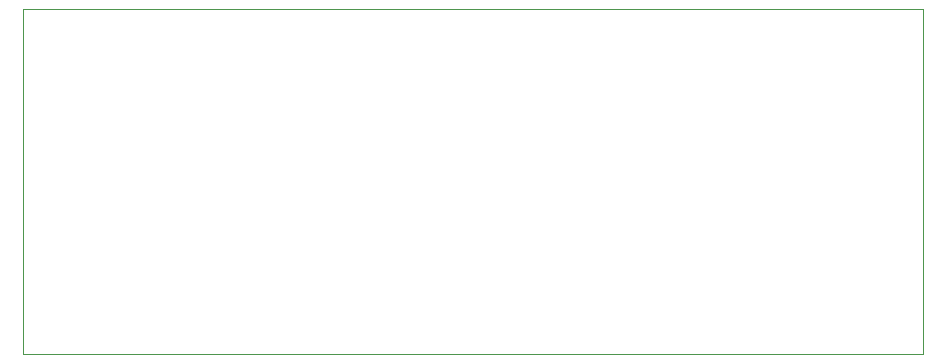
<source format=gbr>
%TF.GenerationSoftware,KiCad,Pcbnew,6.0.2+dfsg-1*%
%TF.CreationDate,2025-02-13T14:12:07+01:00*%
%TF.ProjectId,LM259610,4c4d3235-3936-4313-902e-6b696361645f,rev?*%
%TF.SameCoordinates,Original*%
%TF.FileFunction,Profile,NP*%
%FSLAX46Y46*%
G04 Gerber Fmt 4.6, Leading zero omitted, Abs format (unit mm)*
G04 Created by KiCad (PCBNEW 6.0.2+dfsg-1) date 2025-02-13 14:12:07*
%MOMM*%
%LPD*%
G01*
G04 APERTURE LIST*
%TA.AperFunction,Profile*%
%ADD10C,0.100000*%
%TD*%
G04 APERTURE END LIST*
D10*
X128270000Y-102870000D02*
X204470000Y-102870000D01*
X204470000Y-102870000D02*
X204470000Y-132080000D01*
X204470000Y-132080000D02*
X128270000Y-132080000D01*
X128270000Y-132080000D02*
X128270000Y-102870000D01*
M02*

</source>
